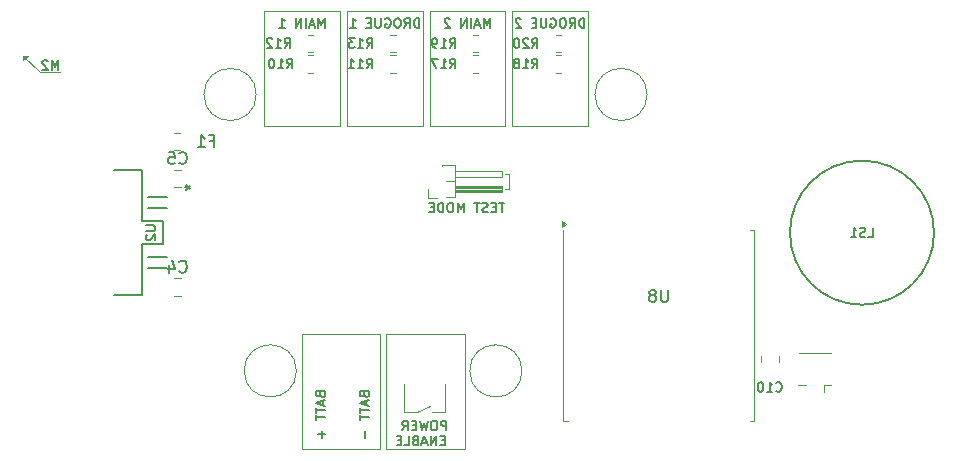
<source format=gbr>
%TF.GenerationSoftware,KiCad,Pcbnew,8.0.4*%
%TF.CreationDate,2024-11-10T13:19:24-08:00*%
%TF.ProjectId,v0.5,76302e35-2e6b-4696-9361-645f70636258,rev?*%
%TF.SameCoordinates,Original*%
%TF.FileFunction,Legend,Bot*%
%TF.FilePolarity,Positive*%
%FSLAX46Y46*%
G04 Gerber Fmt 4.6, Leading zero omitted, Abs format (unit mm)*
G04 Created by KiCad (PCBNEW 8.0.4) date 2024-11-10 13:19:24*
%MOMM*%
%LPD*%
G01*
G04 APERTURE LIST*
%ADD10C,0.100000*%
%ADD11C,0.160000*%
%ADD12C,0.200000*%
%ADD13C,0.150000*%
%ADD14C,0.120000*%
%ADD15C,0.152400*%
%ADD16C,0.127000*%
G04 APERTURE END LIST*
D10*
X115100000Y-74650000D02*
X121500000Y-74650000D01*
X121500000Y-84400000D01*
X115100000Y-84400000D01*
X115100000Y-74650000D01*
X128800000Y-89670000D02*
X128800000Y-88400000D01*
X129100000Y-74650000D02*
X135500000Y-74650000D01*
X135500000Y-84400000D01*
X129100000Y-84400000D01*
X129100000Y-74650000D01*
X89100000Y-79800000D02*
X87700000Y-78400000D01*
X87700000Y-78800000D02*
X87700000Y-78400000D01*
X88100000Y-78400000D01*
X87700000Y-78800000D01*
G36*
X87700000Y-78800000D02*
G01*
X87700000Y-78400000D01*
X88100000Y-78400000D01*
X87700000Y-78800000D01*
G37*
X122100000Y-108100000D02*
X121000000Y-108600000D01*
X111300000Y-102000000D02*
X117900000Y-102000000D01*
X117900000Y-111750000D01*
X111300000Y-111750000D01*
X111300000Y-102000000D01*
X128500000Y-88400000D02*
X128800000Y-88400000D01*
X118400000Y-102000000D02*
X125100000Y-102000000D01*
X125100000Y-111750000D01*
X118400000Y-111750000D01*
X118400000Y-102000000D01*
X122100000Y-74650000D02*
X128500000Y-74650000D01*
X128500000Y-84400000D01*
X122100000Y-84400000D01*
X122100000Y-74650000D01*
X123400000Y-106200000D02*
X123400000Y-108600000D01*
X121000000Y-108600000D02*
X119900000Y-108600000D01*
X90800000Y-79800000D02*
X89100000Y-79800000D01*
X128500000Y-89670000D02*
X128800000Y-89670000D01*
X108100000Y-74650000D02*
X114500000Y-74650000D01*
X114500000Y-84400000D01*
X108100000Y-84400000D01*
X108100000Y-74650000D01*
X123400000Y-108600000D02*
X122300000Y-108600000D01*
X119900000Y-106200000D02*
X119900000Y-108600000D01*
D11*
X116542727Y-107104761D02*
X116580822Y-107219047D01*
X116580822Y-107219047D02*
X116618918Y-107257142D01*
X116618918Y-107257142D02*
X116695108Y-107295238D01*
X116695108Y-107295238D02*
X116809394Y-107295238D01*
X116809394Y-107295238D02*
X116885584Y-107257142D01*
X116885584Y-107257142D02*
X116923680Y-107219047D01*
X116923680Y-107219047D02*
X116961775Y-107142857D01*
X116961775Y-107142857D02*
X116961775Y-106838095D01*
X116961775Y-106838095D02*
X116161775Y-106838095D01*
X116161775Y-106838095D02*
X116161775Y-107104761D01*
X116161775Y-107104761D02*
X116199870Y-107180952D01*
X116199870Y-107180952D02*
X116237965Y-107219047D01*
X116237965Y-107219047D02*
X116314156Y-107257142D01*
X116314156Y-107257142D02*
X116390346Y-107257142D01*
X116390346Y-107257142D02*
X116466537Y-107219047D01*
X116466537Y-107219047D02*
X116504632Y-107180952D01*
X116504632Y-107180952D02*
X116542727Y-107104761D01*
X116542727Y-107104761D02*
X116542727Y-106838095D01*
X116733203Y-107599999D02*
X116733203Y-107980952D01*
X116961775Y-107523809D02*
X116161775Y-107790476D01*
X116161775Y-107790476D02*
X116961775Y-108057142D01*
X116161775Y-108209523D02*
X116161775Y-108666666D01*
X116961775Y-108438094D02*
X116161775Y-108438094D01*
X116161775Y-108819047D02*
X116161775Y-109276190D01*
X116961775Y-109047618D02*
X116161775Y-109047618D01*
X116657013Y-110152381D02*
X116657013Y-110761905D01*
X123502380Y-110117798D02*
X123502380Y-109317798D01*
X123502380Y-109317798D02*
X123197618Y-109317798D01*
X123197618Y-109317798D02*
X123121428Y-109355893D01*
X123121428Y-109355893D02*
X123083333Y-109393988D01*
X123083333Y-109393988D02*
X123045237Y-109470179D01*
X123045237Y-109470179D02*
X123045237Y-109584464D01*
X123045237Y-109584464D02*
X123083333Y-109660655D01*
X123083333Y-109660655D02*
X123121428Y-109698750D01*
X123121428Y-109698750D02*
X123197618Y-109736845D01*
X123197618Y-109736845D02*
X123502380Y-109736845D01*
X122549999Y-109317798D02*
X122397618Y-109317798D01*
X122397618Y-109317798D02*
X122321428Y-109355893D01*
X122321428Y-109355893D02*
X122245237Y-109432083D01*
X122245237Y-109432083D02*
X122207142Y-109584464D01*
X122207142Y-109584464D02*
X122207142Y-109851131D01*
X122207142Y-109851131D02*
X122245237Y-110003512D01*
X122245237Y-110003512D02*
X122321428Y-110079703D01*
X122321428Y-110079703D02*
X122397618Y-110117798D01*
X122397618Y-110117798D02*
X122549999Y-110117798D01*
X122549999Y-110117798D02*
X122626190Y-110079703D01*
X122626190Y-110079703D02*
X122702380Y-110003512D01*
X122702380Y-110003512D02*
X122740476Y-109851131D01*
X122740476Y-109851131D02*
X122740476Y-109584464D01*
X122740476Y-109584464D02*
X122702380Y-109432083D01*
X122702380Y-109432083D02*
X122626190Y-109355893D01*
X122626190Y-109355893D02*
X122549999Y-109317798D01*
X121940476Y-109317798D02*
X121750000Y-110117798D01*
X121750000Y-110117798D02*
X121597619Y-109546369D01*
X121597619Y-109546369D02*
X121445238Y-110117798D01*
X121445238Y-110117798D02*
X121254762Y-109317798D01*
X120949999Y-109698750D02*
X120683333Y-109698750D01*
X120569047Y-110117798D02*
X120949999Y-110117798D01*
X120949999Y-110117798D02*
X120949999Y-109317798D01*
X120949999Y-109317798D02*
X120569047Y-109317798D01*
X119769046Y-110117798D02*
X120035713Y-109736845D01*
X120226189Y-110117798D02*
X120226189Y-109317798D01*
X120226189Y-109317798D02*
X119921427Y-109317798D01*
X119921427Y-109317798D02*
X119845237Y-109355893D01*
X119845237Y-109355893D02*
X119807142Y-109393988D01*
X119807142Y-109393988D02*
X119769046Y-109470179D01*
X119769046Y-109470179D02*
X119769046Y-109584464D01*
X119769046Y-109584464D02*
X119807142Y-109660655D01*
X119807142Y-109660655D02*
X119845237Y-109698750D01*
X119845237Y-109698750D02*
X119921427Y-109736845D01*
X119921427Y-109736845D02*
X120226189Y-109736845D01*
X123369047Y-110986705D02*
X123102381Y-110986705D01*
X122988095Y-111405753D02*
X123369047Y-111405753D01*
X123369047Y-111405753D02*
X123369047Y-110605753D01*
X123369047Y-110605753D02*
X122988095Y-110605753D01*
X122645237Y-111405753D02*
X122645237Y-110605753D01*
X122645237Y-110605753D02*
X122188094Y-111405753D01*
X122188094Y-111405753D02*
X122188094Y-110605753D01*
X121845238Y-111177181D02*
X121464285Y-111177181D01*
X121921428Y-111405753D02*
X121654761Y-110605753D01*
X121654761Y-110605753D02*
X121388095Y-111405753D01*
X120854762Y-110986705D02*
X120740476Y-111024800D01*
X120740476Y-111024800D02*
X120702381Y-111062896D01*
X120702381Y-111062896D02*
X120664285Y-111139086D01*
X120664285Y-111139086D02*
X120664285Y-111253372D01*
X120664285Y-111253372D02*
X120702381Y-111329562D01*
X120702381Y-111329562D02*
X120740476Y-111367658D01*
X120740476Y-111367658D02*
X120816666Y-111405753D01*
X120816666Y-111405753D02*
X121121428Y-111405753D01*
X121121428Y-111405753D02*
X121121428Y-110605753D01*
X121121428Y-110605753D02*
X120854762Y-110605753D01*
X120854762Y-110605753D02*
X120778571Y-110643848D01*
X120778571Y-110643848D02*
X120740476Y-110681943D01*
X120740476Y-110681943D02*
X120702381Y-110758134D01*
X120702381Y-110758134D02*
X120702381Y-110834324D01*
X120702381Y-110834324D02*
X120740476Y-110910515D01*
X120740476Y-110910515D02*
X120778571Y-110948610D01*
X120778571Y-110948610D02*
X120854762Y-110986705D01*
X120854762Y-110986705D02*
X121121428Y-110986705D01*
X119940476Y-111405753D02*
X120321428Y-111405753D01*
X120321428Y-111405753D02*
X120321428Y-110605753D01*
X119673809Y-110986705D02*
X119407143Y-110986705D01*
X119292857Y-111405753D02*
X119673809Y-111405753D01*
X119673809Y-111405753D02*
X119673809Y-110605753D01*
X119673809Y-110605753D02*
X119292857Y-110605753D01*
D12*
X90647618Y-79591695D02*
X90647618Y-78791695D01*
X90647618Y-78791695D02*
X90380952Y-79363123D01*
X90380952Y-79363123D02*
X90114285Y-78791695D01*
X90114285Y-78791695D02*
X90114285Y-79591695D01*
X89771428Y-78867885D02*
X89733332Y-78829790D01*
X89733332Y-78829790D02*
X89657142Y-78791695D01*
X89657142Y-78791695D02*
X89466666Y-78791695D01*
X89466666Y-78791695D02*
X89390475Y-78829790D01*
X89390475Y-78829790D02*
X89352380Y-78867885D01*
X89352380Y-78867885D02*
X89314285Y-78944076D01*
X89314285Y-78944076D02*
X89314285Y-79020266D01*
X89314285Y-79020266D02*
X89352380Y-79134552D01*
X89352380Y-79134552D02*
X89809523Y-79591695D01*
X89809523Y-79591695D02*
X89314285Y-79591695D01*
D11*
X112842727Y-107104761D02*
X112880822Y-107219047D01*
X112880822Y-107219047D02*
X112918918Y-107257142D01*
X112918918Y-107257142D02*
X112995108Y-107295238D01*
X112995108Y-107295238D02*
X113109394Y-107295238D01*
X113109394Y-107295238D02*
X113185584Y-107257142D01*
X113185584Y-107257142D02*
X113223680Y-107219047D01*
X113223680Y-107219047D02*
X113261775Y-107142857D01*
X113261775Y-107142857D02*
X113261775Y-106838095D01*
X113261775Y-106838095D02*
X112461775Y-106838095D01*
X112461775Y-106838095D02*
X112461775Y-107104761D01*
X112461775Y-107104761D02*
X112499870Y-107180952D01*
X112499870Y-107180952D02*
X112537965Y-107219047D01*
X112537965Y-107219047D02*
X112614156Y-107257142D01*
X112614156Y-107257142D02*
X112690346Y-107257142D01*
X112690346Y-107257142D02*
X112766537Y-107219047D01*
X112766537Y-107219047D02*
X112804632Y-107180952D01*
X112804632Y-107180952D02*
X112842727Y-107104761D01*
X112842727Y-107104761D02*
X112842727Y-106838095D01*
X113033203Y-107599999D02*
X113033203Y-107980952D01*
X113261775Y-107523809D02*
X112461775Y-107790476D01*
X112461775Y-107790476D02*
X113261775Y-108057142D01*
X112461775Y-108209523D02*
X112461775Y-108666666D01*
X113261775Y-108438094D02*
X112461775Y-108438094D01*
X112461775Y-108819047D02*
X112461775Y-109276190D01*
X113261775Y-109047618D02*
X112461775Y-109047618D01*
X112957013Y-110152381D02*
X112957013Y-110761905D01*
X113261775Y-110457143D02*
X112652251Y-110457143D01*
X113204761Y-76043775D02*
X113204761Y-75243775D01*
X113204761Y-75243775D02*
X112938095Y-75815203D01*
X112938095Y-75815203D02*
X112671428Y-75243775D01*
X112671428Y-75243775D02*
X112671428Y-76043775D01*
X112328571Y-75815203D02*
X111947618Y-75815203D01*
X112404761Y-76043775D02*
X112138094Y-75243775D01*
X112138094Y-75243775D02*
X111871428Y-76043775D01*
X111604761Y-76043775D02*
X111604761Y-75243775D01*
X111223809Y-76043775D02*
X111223809Y-75243775D01*
X111223809Y-75243775D02*
X110766666Y-76043775D01*
X110766666Y-76043775D02*
X110766666Y-75243775D01*
X109357143Y-76043775D02*
X109814286Y-76043775D01*
X109585714Y-76043775D02*
X109585714Y-75243775D01*
X109585714Y-75243775D02*
X109661905Y-75358060D01*
X109661905Y-75358060D02*
X109738095Y-75434251D01*
X109738095Y-75434251D02*
X109814286Y-75472346D01*
X128419048Y-90861775D02*
X127961905Y-90861775D01*
X128190477Y-91661775D02*
X128190477Y-90861775D01*
X127695238Y-91242727D02*
X127428572Y-91242727D01*
X127314286Y-91661775D02*
X127695238Y-91661775D01*
X127695238Y-91661775D02*
X127695238Y-90861775D01*
X127695238Y-90861775D02*
X127314286Y-90861775D01*
X127009524Y-91623680D02*
X126895238Y-91661775D01*
X126895238Y-91661775D02*
X126704762Y-91661775D01*
X126704762Y-91661775D02*
X126628571Y-91623680D01*
X126628571Y-91623680D02*
X126590476Y-91585584D01*
X126590476Y-91585584D02*
X126552381Y-91509394D01*
X126552381Y-91509394D02*
X126552381Y-91433203D01*
X126552381Y-91433203D02*
X126590476Y-91357013D01*
X126590476Y-91357013D02*
X126628571Y-91318918D01*
X126628571Y-91318918D02*
X126704762Y-91280822D01*
X126704762Y-91280822D02*
X126857143Y-91242727D01*
X126857143Y-91242727D02*
X126933333Y-91204632D01*
X126933333Y-91204632D02*
X126971428Y-91166537D01*
X126971428Y-91166537D02*
X127009524Y-91090346D01*
X127009524Y-91090346D02*
X127009524Y-91014156D01*
X127009524Y-91014156D02*
X126971428Y-90937965D01*
X126971428Y-90937965D02*
X126933333Y-90899870D01*
X126933333Y-90899870D02*
X126857143Y-90861775D01*
X126857143Y-90861775D02*
X126666666Y-90861775D01*
X126666666Y-90861775D02*
X126552381Y-90899870D01*
X126323809Y-90861775D02*
X125866666Y-90861775D01*
X126095238Y-91661775D02*
X126095238Y-90861775D01*
X124990475Y-91661775D02*
X124990475Y-90861775D01*
X124990475Y-90861775D02*
X124723809Y-91433203D01*
X124723809Y-91433203D02*
X124457142Y-90861775D01*
X124457142Y-90861775D02*
X124457142Y-91661775D01*
X123923808Y-90861775D02*
X123771427Y-90861775D01*
X123771427Y-90861775D02*
X123695237Y-90899870D01*
X123695237Y-90899870D02*
X123619046Y-90976060D01*
X123619046Y-90976060D02*
X123580951Y-91128441D01*
X123580951Y-91128441D02*
X123580951Y-91395108D01*
X123580951Y-91395108D02*
X123619046Y-91547489D01*
X123619046Y-91547489D02*
X123695237Y-91623680D01*
X123695237Y-91623680D02*
X123771427Y-91661775D01*
X123771427Y-91661775D02*
X123923808Y-91661775D01*
X123923808Y-91661775D02*
X123999999Y-91623680D01*
X123999999Y-91623680D02*
X124076189Y-91547489D01*
X124076189Y-91547489D02*
X124114285Y-91395108D01*
X124114285Y-91395108D02*
X124114285Y-91128441D01*
X124114285Y-91128441D02*
X124076189Y-90976060D01*
X124076189Y-90976060D02*
X123999999Y-90899870D01*
X123999999Y-90899870D02*
X123923808Y-90861775D01*
X123238094Y-91661775D02*
X123238094Y-90861775D01*
X123238094Y-90861775D02*
X123047618Y-90861775D01*
X123047618Y-90861775D02*
X122933332Y-90899870D01*
X122933332Y-90899870D02*
X122857142Y-90976060D01*
X122857142Y-90976060D02*
X122819047Y-91052251D01*
X122819047Y-91052251D02*
X122780951Y-91204632D01*
X122780951Y-91204632D02*
X122780951Y-91318918D01*
X122780951Y-91318918D02*
X122819047Y-91471299D01*
X122819047Y-91471299D02*
X122857142Y-91547489D01*
X122857142Y-91547489D02*
X122933332Y-91623680D01*
X122933332Y-91623680D02*
X123047618Y-91661775D01*
X123047618Y-91661775D02*
X123238094Y-91661775D01*
X122438094Y-91242727D02*
X122171428Y-91242727D01*
X122057142Y-91661775D02*
X122438094Y-91661775D01*
X122438094Y-91661775D02*
X122438094Y-90861775D01*
X122438094Y-90861775D02*
X122057142Y-90861775D01*
X121195237Y-76043775D02*
X121195237Y-75243775D01*
X121195237Y-75243775D02*
X121004761Y-75243775D01*
X121004761Y-75243775D02*
X120890475Y-75281870D01*
X120890475Y-75281870D02*
X120814285Y-75358060D01*
X120814285Y-75358060D02*
X120776190Y-75434251D01*
X120776190Y-75434251D02*
X120738094Y-75586632D01*
X120738094Y-75586632D02*
X120738094Y-75700918D01*
X120738094Y-75700918D02*
X120776190Y-75853299D01*
X120776190Y-75853299D02*
X120814285Y-75929489D01*
X120814285Y-75929489D02*
X120890475Y-76005680D01*
X120890475Y-76005680D02*
X121004761Y-76043775D01*
X121004761Y-76043775D02*
X121195237Y-76043775D01*
X119938094Y-76043775D02*
X120204761Y-75662822D01*
X120395237Y-76043775D02*
X120395237Y-75243775D01*
X120395237Y-75243775D02*
X120090475Y-75243775D01*
X120090475Y-75243775D02*
X120014285Y-75281870D01*
X120014285Y-75281870D02*
X119976190Y-75319965D01*
X119976190Y-75319965D02*
X119938094Y-75396156D01*
X119938094Y-75396156D02*
X119938094Y-75510441D01*
X119938094Y-75510441D02*
X119976190Y-75586632D01*
X119976190Y-75586632D02*
X120014285Y-75624727D01*
X120014285Y-75624727D02*
X120090475Y-75662822D01*
X120090475Y-75662822D02*
X120395237Y-75662822D01*
X119442856Y-75243775D02*
X119290475Y-75243775D01*
X119290475Y-75243775D02*
X119214285Y-75281870D01*
X119214285Y-75281870D02*
X119138094Y-75358060D01*
X119138094Y-75358060D02*
X119099999Y-75510441D01*
X119099999Y-75510441D02*
X119099999Y-75777108D01*
X119099999Y-75777108D02*
X119138094Y-75929489D01*
X119138094Y-75929489D02*
X119214285Y-76005680D01*
X119214285Y-76005680D02*
X119290475Y-76043775D01*
X119290475Y-76043775D02*
X119442856Y-76043775D01*
X119442856Y-76043775D02*
X119519047Y-76005680D01*
X119519047Y-76005680D02*
X119595237Y-75929489D01*
X119595237Y-75929489D02*
X119633333Y-75777108D01*
X119633333Y-75777108D02*
X119633333Y-75510441D01*
X119633333Y-75510441D02*
X119595237Y-75358060D01*
X119595237Y-75358060D02*
X119519047Y-75281870D01*
X119519047Y-75281870D02*
X119442856Y-75243775D01*
X118338095Y-75281870D02*
X118414285Y-75243775D01*
X118414285Y-75243775D02*
X118528571Y-75243775D01*
X118528571Y-75243775D02*
X118642857Y-75281870D01*
X118642857Y-75281870D02*
X118719047Y-75358060D01*
X118719047Y-75358060D02*
X118757142Y-75434251D01*
X118757142Y-75434251D02*
X118795238Y-75586632D01*
X118795238Y-75586632D02*
X118795238Y-75700918D01*
X118795238Y-75700918D02*
X118757142Y-75853299D01*
X118757142Y-75853299D02*
X118719047Y-75929489D01*
X118719047Y-75929489D02*
X118642857Y-76005680D01*
X118642857Y-76005680D02*
X118528571Y-76043775D01*
X118528571Y-76043775D02*
X118452380Y-76043775D01*
X118452380Y-76043775D02*
X118338095Y-76005680D01*
X118338095Y-76005680D02*
X118299999Y-75967584D01*
X118299999Y-75967584D02*
X118299999Y-75700918D01*
X118299999Y-75700918D02*
X118452380Y-75700918D01*
X117957142Y-75243775D02*
X117957142Y-75891394D01*
X117957142Y-75891394D02*
X117919047Y-75967584D01*
X117919047Y-75967584D02*
X117880952Y-76005680D01*
X117880952Y-76005680D02*
X117804761Y-76043775D01*
X117804761Y-76043775D02*
X117652380Y-76043775D01*
X117652380Y-76043775D02*
X117576190Y-76005680D01*
X117576190Y-76005680D02*
X117538095Y-75967584D01*
X117538095Y-75967584D02*
X117499999Y-75891394D01*
X117499999Y-75891394D02*
X117499999Y-75243775D01*
X117119047Y-75624727D02*
X116852381Y-75624727D01*
X116738095Y-76043775D02*
X117119047Y-76043775D01*
X117119047Y-76043775D02*
X117119047Y-75243775D01*
X117119047Y-75243775D02*
X116738095Y-75243775D01*
X115366666Y-76043775D02*
X115823809Y-76043775D01*
X115595237Y-76043775D02*
X115595237Y-75243775D01*
X115595237Y-75243775D02*
X115671428Y-75358060D01*
X115671428Y-75358060D02*
X115747618Y-75434251D01*
X115747618Y-75434251D02*
X115823809Y-75472346D01*
X127204761Y-76043775D02*
X127204761Y-75243775D01*
X127204761Y-75243775D02*
X126938095Y-75815203D01*
X126938095Y-75815203D02*
X126671428Y-75243775D01*
X126671428Y-75243775D02*
X126671428Y-76043775D01*
X126328571Y-75815203D02*
X125947618Y-75815203D01*
X126404761Y-76043775D02*
X126138094Y-75243775D01*
X126138094Y-75243775D02*
X125871428Y-76043775D01*
X125604761Y-76043775D02*
X125604761Y-75243775D01*
X125223809Y-76043775D02*
X125223809Y-75243775D01*
X125223809Y-75243775D02*
X124766666Y-76043775D01*
X124766666Y-76043775D02*
X124766666Y-75243775D01*
X123814286Y-75319965D02*
X123776190Y-75281870D01*
X123776190Y-75281870D02*
X123700000Y-75243775D01*
X123700000Y-75243775D02*
X123509524Y-75243775D01*
X123509524Y-75243775D02*
X123433333Y-75281870D01*
X123433333Y-75281870D02*
X123395238Y-75319965D01*
X123395238Y-75319965D02*
X123357143Y-75396156D01*
X123357143Y-75396156D02*
X123357143Y-75472346D01*
X123357143Y-75472346D02*
X123395238Y-75586632D01*
X123395238Y-75586632D02*
X123852381Y-76043775D01*
X123852381Y-76043775D02*
X123357143Y-76043775D01*
X135195237Y-76043775D02*
X135195237Y-75243775D01*
X135195237Y-75243775D02*
X135004761Y-75243775D01*
X135004761Y-75243775D02*
X134890475Y-75281870D01*
X134890475Y-75281870D02*
X134814285Y-75358060D01*
X134814285Y-75358060D02*
X134776190Y-75434251D01*
X134776190Y-75434251D02*
X134738094Y-75586632D01*
X134738094Y-75586632D02*
X134738094Y-75700918D01*
X134738094Y-75700918D02*
X134776190Y-75853299D01*
X134776190Y-75853299D02*
X134814285Y-75929489D01*
X134814285Y-75929489D02*
X134890475Y-76005680D01*
X134890475Y-76005680D02*
X135004761Y-76043775D01*
X135004761Y-76043775D02*
X135195237Y-76043775D01*
X133938094Y-76043775D02*
X134204761Y-75662822D01*
X134395237Y-76043775D02*
X134395237Y-75243775D01*
X134395237Y-75243775D02*
X134090475Y-75243775D01*
X134090475Y-75243775D02*
X134014285Y-75281870D01*
X134014285Y-75281870D02*
X133976190Y-75319965D01*
X133976190Y-75319965D02*
X133938094Y-75396156D01*
X133938094Y-75396156D02*
X133938094Y-75510441D01*
X133938094Y-75510441D02*
X133976190Y-75586632D01*
X133976190Y-75586632D02*
X134014285Y-75624727D01*
X134014285Y-75624727D02*
X134090475Y-75662822D01*
X134090475Y-75662822D02*
X134395237Y-75662822D01*
X133442856Y-75243775D02*
X133290475Y-75243775D01*
X133290475Y-75243775D02*
X133214285Y-75281870D01*
X133214285Y-75281870D02*
X133138094Y-75358060D01*
X133138094Y-75358060D02*
X133099999Y-75510441D01*
X133099999Y-75510441D02*
X133099999Y-75777108D01*
X133099999Y-75777108D02*
X133138094Y-75929489D01*
X133138094Y-75929489D02*
X133214285Y-76005680D01*
X133214285Y-76005680D02*
X133290475Y-76043775D01*
X133290475Y-76043775D02*
X133442856Y-76043775D01*
X133442856Y-76043775D02*
X133519047Y-76005680D01*
X133519047Y-76005680D02*
X133595237Y-75929489D01*
X133595237Y-75929489D02*
X133633333Y-75777108D01*
X133633333Y-75777108D02*
X133633333Y-75510441D01*
X133633333Y-75510441D02*
X133595237Y-75358060D01*
X133595237Y-75358060D02*
X133519047Y-75281870D01*
X133519047Y-75281870D02*
X133442856Y-75243775D01*
X132338095Y-75281870D02*
X132414285Y-75243775D01*
X132414285Y-75243775D02*
X132528571Y-75243775D01*
X132528571Y-75243775D02*
X132642857Y-75281870D01*
X132642857Y-75281870D02*
X132719047Y-75358060D01*
X132719047Y-75358060D02*
X132757142Y-75434251D01*
X132757142Y-75434251D02*
X132795238Y-75586632D01*
X132795238Y-75586632D02*
X132795238Y-75700918D01*
X132795238Y-75700918D02*
X132757142Y-75853299D01*
X132757142Y-75853299D02*
X132719047Y-75929489D01*
X132719047Y-75929489D02*
X132642857Y-76005680D01*
X132642857Y-76005680D02*
X132528571Y-76043775D01*
X132528571Y-76043775D02*
X132452380Y-76043775D01*
X132452380Y-76043775D02*
X132338095Y-76005680D01*
X132338095Y-76005680D02*
X132299999Y-75967584D01*
X132299999Y-75967584D02*
X132299999Y-75700918D01*
X132299999Y-75700918D02*
X132452380Y-75700918D01*
X131957142Y-75243775D02*
X131957142Y-75891394D01*
X131957142Y-75891394D02*
X131919047Y-75967584D01*
X131919047Y-75967584D02*
X131880952Y-76005680D01*
X131880952Y-76005680D02*
X131804761Y-76043775D01*
X131804761Y-76043775D02*
X131652380Y-76043775D01*
X131652380Y-76043775D02*
X131576190Y-76005680D01*
X131576190Y-76005680D02*
X131538095Y-75967584D01*
X131538095Y-75967584D02*
X131499999Y-75891394D01*
X131499999Y-75891394D02*
X131499999Y-75243775D01*
X131119047Y-75624727D02*
X130852381Y-75624727D01*
X130738095Y-76043775D02*
X131119047Y-76043775D01*
X131119047Y-76043775D02*
X131119047Y-75243775D01*
X131119047Y-75243775D02*
X130738095Y-75243775D01*
X129823809Y-75319965D02*
X129785713Y-75281870D01*
X129785713Y-75281870D02*
X129709523Y-75243775D01*
X129709523Y-75243775D02*
X129519047Y-75243775D01*
X129519047Y-75243775D02*
X129442856Y-75281870D01*
X129442856Y-75281870D02*
X129404761Y-75319965D01*
X129404761Y-75319965D02*
X129366666Y-75396156D01*
X129366666Y-75396156D02*
X129366666Y-75472346D01*
X129366666Y-75472346D02*
X129404761Y-75586632D01*
X129404761Y-75586632D02*
X129861904Y-76043775D01*
X129861904Y-76043775D02*
X129366666Y-76043775D01*
D13*
X100916666Y-96679580D02*
X100964285Y-96727200D01*
X100964285Y-96727200D02*
X101107142Y-96774819D01*
X101107142Y-96774819D02*
X101202380Y-96774819D01*
X101202380Y-96774819D02*
X101345237Y-96727200D01*
X101345237Y-96727200D02*
X101440475Y-96631961D01*
X101440475Y-96631961D02*
X101488094Y-96536723D01*
X101488094Y-96536723D02*
X101535713Y-96346247D01*
X101535713Y-96346247D02*
X101535713Y-96203390D01*
X101535713Y-96203390D02*
X101488094Y-96012914D01*
X101488094Y-96012914D02*
X101440475Y-95917676D01*
X101440475Y-95917676D02*
X101345237Y-95822438D01*
X101345237Y-95822438D02*
X101202380Y-95774819D01*
X101202380Y-95774819D02*
X101107142Y-95774819D01*
X101107142Y-95774819D02*
X100964285Y-95822438D01*
X100964285Y-95822438D02*
X100916666Y-95870057D01*
X100059523Y-96108152D02*
X100059523Y-96774819D01*
X100297618Y-95727200D02*
X100535713Y-96441485D01*
X100535713Y-96441485D02*
X99916666Y-96441485D01*
X103533333Y-85631009D02*
X103866666Y-85631009D01*
X103866666Y-86154819D02*
X103866666Y-85154819D01*
X103866666Y-85154819D02*
X103390476Y-85154819D01*
X102485714Y-86154819D02*
X103057142Y-86154819D01*
X102771428Y-86154819D02*
X102771428Y-85154819D01*
X102771428Y-85154819D02*
X102866666Y-85297676D01*
X102866666Y-85297676D02*
X102961904Y-85392914D01*
X102961904Y-85392914D02*
X103057142Y-85440533D01*
X98073195Y-92790476D02*
X98720814Y-92790476D01*
X98720814Y-92790476D02*
X98797004Y-92828571D01*
X98797004Y-92828571D02*
X98835100Y-92866666D01*
X98835100Y-92866666D02*
X98873195Y-92942857D01*
X98873195Y-92942857D02*
X98873195Y-93095238D01*
X98873195Y-93095238D02*
X98835100Y-93171428D01*
X98835100Y-93171428D02*
X98797004Y-93209523D01*
X98797004Y-93209523D02*
X98720814Y-93247619D01*
X98720814Y-93247619D02*
X98073195Y-93247619D01*
X98149385Y-93590475D02*
X98111290Y-93628571D01*
X98111290Y-93628571D02*
X98073195Y-93704761D01*
X98073195Y-93704761D02*
X98073195Y-93895237D01*
X98073195Y-93895237D02*
X98111290Y-93971428D01*
X98111290Y-93971428D02*
X98149385Y-94009523D01*
X98149385Y-94009523D02*
X98225576Y-94047618D01*
X98225576Y-94047618D02*
X98301766Y-94047618D01*
X98301766Y-94047618D02*
X98416052Y-94009523D01*
X98416052Y-94009523D02*
X98873195Y-93552380D01*
X98873195Y-93552380D02*
X98873195Y-94047618D01*
X101365719Y-89560000D02*
X101603814Y-89560000D01*
X101508576Y-89321905D02*
X101603814Y-89560000D01*
X101603814Y-89560000D02*
X101508576Y-89798095D01*
X101794290Y-89417143D02*
X101603814Y-89560000D01*
X101603814Y-89560000D02*
X101794290Y-89702857D01*
X151414285Y-106786104D02*
X151452381Y-106824200D01*
X151452381Y-106824200D02*
X151566666Y-106862295D01*
X151566666Y-106862295D02*
X151642857Y-106862295D01*
X151642857Y-106862295D02*
X151757143Y-106824200D01*
X151757143Y-106824200D02*
X151833333Y-106748009D01*
X151833333Y-106748009D02*
X151871428Y-106671819D01*
X151871428Y-106671819D02*
X151909524Y-106519438D01*
X151909524Y-106519438D02*
X151909524Y-106405152D01*
X151909524Y-106405152D02*
X151871428Y-106252771D01*
X151871428Y-106252771D02*
X151833333Y-106176580D01*
X151833333Y-106176580D02*
X151757143Y-106100390D01*
X151757143Y-106100390D02*
X151642857Y-106062295D01*
X151642857Y-106062295D02*
X151566666Y-106062295D01*
X151566666Y-106062295D02*
X151452381Y-106100390D01*
X151452381Y-106100390D02*
X151414285Y-106138485D01*
X150652381Y-106862295D02*
X151109524Y-106862295D01*
X150880952Y-106862295D02*
X150880952Y-106062295D01*
X150880952Y-106062295D02*
X150957143Y-106176580D01*
X150957143Y-106176580D02*
X151033333Y-106252771D01*
X151033333Y-106252771D02*
X151109524Y-106290866D01*
X150157142Y-106062295D02*
X150080952Y-106062295D01*
X150080952Y-106062295D02*
X150004761Y-106100390D01*
X150004761Y-106100390D02*
X149966666Y-106138485D01*
X149966666Y-106138485D02*
X149928571Y-106214676D01*
X149928571Y-106214676D02*
X149890476Y-106367057D01*
X149890476Y-106367057D02*
X149890476Y-106557533D01*
X149890476Y-106557533D02*
X149928571Y-106709914D01*
X149928571Y-106709914D02*
X149966666Y-106786104D01*
X149966666Y-106786104D02*
X150004761Y-106824200D01*
X150004761Y-106824200D02*
X150080952Y-106862295D01*
X150080952Y-106862295D02*
X150157142Y-106862295D01*
X150157142Y-106862295D02*
X150233333Y-106824200D01*
X150233333Y-106824200D02*
X150271428Y-106786104D01*
X150271428Y-106786104D02*
X150309523Y-106709914D01*
X150309523Y-106709914D02*
X150347619Y-106557533D01*
X150347619Y-106557533D02*
X150347619Y-106367057D01*
X150347619Y-106367057D02*
X150309523Y-106214676D01*
X150309523Y-106214676D02*
X150271428Y-106138485D01*
X150271428Y-106138485D02*
X150233333Y-106100390D01*
X150233333Y-106100390D02*
X150157142Y-106062295D01*
X116764285Y-79479795D02*
X117030952Y-79098842D01*
X117221428Y-79479795D02*
X117221428Y-78679795D01*
X117221428Y-78679795D02*
X116916666Y-78679795D01*
X116916666Y-78679795D02*
X116840476Y-78717890D01*
X116840476Y-78717890D02*
X116802381Y-78755985D01*
X116802381Y-78755985D02*
X116764285Y-78832176D01*
X116764285Y-78832176D02*
X116764285Y-78946461D01*
X116764285Y-78946461D02*
X116802381Y-79022652D01*
X116802381Y-79022652D02*
X116840476Y-79060747D01*
X116840476Y-79060747D02*
X116916666Y-79098842D01*
X116916666Y-79098842D02*
X117221428Y-79098842D01*
X116002381Y-79479795D02*
X116459524Y-79479795D01*
X116230952Y-79479795D02*
X116230952Y-78679795D01*
X116230952Y-78679795D02*
X116307143Y-78794080D01*
X116307143Y-78794080D02*
X116383333Y-78870271D01*
X116383333Y-78870271D02*
X116459524Y-78908366D01*
X115240476Y-79479795D02*
X115697619Y-79479795D01*
X115469047Y-79479795D02*
X115469047Y-78679795D01*
X115469047Y-78679795D02*
X115545238Y-78794080D01*
X115545238Y-78794080D02*
X115621428Y-78870271D01*
X115621428Y-78870271D02*
X115697619Y-78908366D01*
X130764285Y-79479795D02*
X131030952Y-79098842D01*
X131221428Y-79479795D02*
X131221428Y-78679795D01*
X131221428Y-78679795D02*
X130916666Y-78679795D01*
X130916666Y-78679795D02*
X130840476Y-78717890D01*
X130840476Y-78717890D02*
X130802381Y-78755985D01*
X130802381Y-78755985D02*
X130764285Y-78832176D01*
X130764285Y-78832176D02*
X130764285Y-78946461D01*
X130764285Y-78946461D02*
X130802381Y-79022652D01*
X130802381Y-79022652D02*
X130840476Y-79060747D01*
X130840476Y-79060747D02*
X130916666Y-79098842D01*
X130916666Y-79098842D02*
X131221428Y-79098842D01*
X130002381Y-79479795D02*
X130459524Y-79479795D01*
X130230952Y-79479795D02*
X130230952Y-78679795D01*
X130230952Y-78679795D02*
X130307143Y-78794080D01*
X130307143Y-78794080D02*
X130383333Y-78870271D01*
X130383333Y-78870271D02*
X130459524Y-78908366D01*
X129545238Y-79022652D02*
X129621428Y-78984557D01*
X129621428Y-78984557D02*
X129659523Y-78946461D01*
X129659523Y-78946461D02*
X129697619Y-78870271D01*
X129697619Y-78870271D02*
X129697619Y-78832176D01*
X129697619Y-78832176D02*
X129659523Y-78755985D01*
X129659523Y-78755985D02*
X129621428Y-78717890D01*
X129621428Y-78717890D02*
X129545238Y-78679795D01*
X129545238Y-78679795D02*
X129392857Y-78679795D01*
X129392857Y-78679795D02*
X129316666Y-78717890D01*
X129316666Y-78717890D02*
X129278571Y-78755985D01*
X129278571Y-78755985D02*
X129240476Y-78832176D01*
X129240476Y-78832176D02*
X129240476Y-78870271D01*
X129240476Y-78870271D02*
X129278571Y-78946461D01*
X129278571Y-78946461D02*
X129316666Y-78984557D01*
X129316666Y-78984557D02*
X129392857Y-79022652D01*
X129392857Y-79022652D02*
X129545238Y-79022652D01*
X129545238Y-79022652D02*
X129621428Y-79060747D01*
X129621428Y-79060747D02*
X129659523Y-79098842D01*
X129659523Y-79098842D02*
X129697619Y-79175033D01*
X129697619Y-79175033D02*
X129697619Y-79327414D01*
X129697619Y-79327414D02*
X129659523Y-79403604D01*
X129659523Y-79403604D02*
X129621428Y-79441700D01*
X129621428Y-79441700D02*
X129545238Y-79479795D01*
X129545238Y-79479795D02*
X129392857Y-79479795D01*
X129392857Y-79479795D02*
X129316666Y-79441700D01*
X129316666Y-79441700D02*
X129278571Y-79403604D01*
X129278571Y-79403604D02*
X129240476Y-79327414D01*
X129240476Y-79327414D02*
X129240476Y-79175033D01*
X129240476Y-79175033D02*
X129278571Y-79098842D01*
X129278571Y-79098842D02*
X129316666Y-79060747D01*
X129316666Y-79060747D02*
X129392857Y-79022652D01*
X116764285Y-77729795D02*
X117030952Y-77348842D01*
X117221428Y-77729795D02*
X117221428Y-76929795D01*
X117221428Y-76929795D02*
X116916666Y-76929795D01*
X116916666Y-76929795D02*
X116840476Y-76967890D01*
X116840476Y-76967890D02*
X116802381Y-77005985D01*
X116802381Y-77005985D02*
X116764285Y-77082176D01*
X116764285Y-77082176D02*
X116764285Y-77196461D01*
X116764285Y-77196461D02*
X116802381Y-77272652D01*
X116802381Y-77272652D02*
X116840476Y-77310747D01*
X116840476Y-77310747D02*
X116916666Y-77348842D01*
X116916666Y-77348842D02*
X117221428Y-77348842D01*
X116002381Y-77729795D02*
X116459524Y-77729795D01*
X116230952Y-77729795D02*
X116230952Y-76929795D01*
X116230952Y-76929795D02*
X116307143Y-77044080D01*
X116307143Y-77044080D02*
X116383333Y-77120271D01*
X116383333Y-77120271D02*
X116459524Y-77158366D01*
X115735714Y-76929795D02*
X115240476Y-76929795D01*
X115240476Y-76929795D02*
X115507142Y-77234557D01*
X115507142Y-77234557D02*
X115392857Y-77234557D01*
X115392857Y-77234557D02*
X115316666Y-77272652D01*
X115316666Y-77272652D02*
X115278571Y-77310747D01*
X115278571Y-77310747D02*
X115240476Y-77386938D01*
X115240476Y-77386938D02*
X115240476Y-77577414D01*
X115240476Y-77577414D02*
X115278571Y-77653604D01*
X115278571Y-77653604D02*
X115316666Y-77691700D01*
X115316666Y-77691700D02*
X115392857Y-77729795D01*
X115392857Y-77729795D02*
X115621428Y-77729795D01*
X115621428Y-77729795D02*
X115697619Y-77691700D01*
X115697619Y-77691700D02*
X115735714Y-77653604D01*
X100916666Y-87479580D02*
X100964285Y-87527200D01*
X100964285Y-87527200D02*
X101107142Y-87574819D01*
X101107142Y-87574819D02*
X101202380Y-87574819D01*
X101202380Y-87574819D02*
X101345237Y-87527200D01*
X101345237Y-87527200D02*
X101440475Y-87431961D01*
X101440475Y-87431961D02*
X101488094Y-87336723D01*
X101488094Y-87336723D02*
X101535713Y-87146247D01*
X101535713Y-87146247D02*
X101535713Y-87003390D01*
X101535713Y-87003390D02*
X101488094Y-86812914D01*
X101488094Y-86812914D02*
X101440475Y-86717676D01*
X101440475Y-86717676D02*
X101345237Y-86622438D01*
X101345237Y-86622438D02*
X101202380Y-86574819D01*
X101202380Y-86574819D02*
X101107142Y-86574819D01*
X101107142Y-86574819D02*
X100964285Y-86622438D01*
X100964285Y-86622438D02*
X100916666Y-86670057D01*
X100011904Y-86574819D02*
X100488094Y-86574819D01*
X100488094Y-86574819D02*
X100535713Y-87051009D01*
X100535713Y-87051009D02*
X100488094Y-87003390D01*
X100488094Y-87003390D02*
X100392856Y-86955771D01*
X100392856Y-86955771D02*
X100154761Y-86955771D01*
X100154761Y-86955771D02*
X100059523Y-87003390D01*
X100059523Y-87003390D02*
X100011904Y-87051009D01*
X100011904Y-87051009D02*
X99964285Y-87146247D01*
X99964285Y-87146247D02*
X99964285Y-87384342D01*
X99964285Y-87384342D02*
X100011904Y-87479580D01*
X100011904Y-87479580D02*
X100059523Y-87527200D01*
X100059523Y-87527200D02*
X100154761Y-87574819D01*
X100154761Y-87574819D02*
X100392856Y-87574819D01*
X100392856Y-87574819D02*
X100488094Y-87527200D01*
X100488094Y-87527200D02*
X100535713Y-87479580D01*
X110014285Y-79479795D02*
X110280952Y-79098842D01*
X110471428Y-79479795D02*
X110471428Y-78679795D01*
X110471428Y-78679795D02*
X110166666Y-78679795D01*
X110166666Y-78679795D02*
X110090476Y-78717890D01*
X110090476Y-78717890D02*
X110052381Y-78755985D01*
X110052381Y-78755985D02*
X110014285Y-78832176D01*
X110014285Y-78832176D02*
X110014285Y-78946461D01*
X110014285Y-78946461D02*
X110052381Y-79022652D01*
X110052381Y-79022652D02*
X110090476Y-79060747D01*
X110090476Y-79060747D02*
X110166666Y-79098842D01*
X110166666Y-79098842D02*
X110471428Y-79098842D01*
X109252381Y-79479795D02*
X109709524Y-79479795D01*
X109480952Y-79479795D02*
X109480952Y-78679795D01*
X109480952Y-78679795D02*
X109557143Y-78794080D01*
X109557143Y-78794080D02*
X109633333Y-78870271D01*
X109633333Y-78870271D02*
X109709524Y-78908366D01*
X108757142Y-78679795D02*
X108680952Y-78679795D01*
X108680952Y-78679795D02*
X108604761Y-78717890D01*
X108604761Y-78717890D02*
X108566666Y-78755985D01*
X108566666Y-78755985D02*
X108528571Y-78832176D01*
X108528571Y-78832176D02*
X108490476Y-78984557D01*
X108490476Y-78984557D02*
X108490476Y-79175033D01*
X108490476Y-79175033D02*
X108528571Y-79327414D01*
X108528571Y-79327414D02*
X108566666Y-79403604D01*
X108566666Y-79403604D02*
X108604761Y-79441700D01*
X108604761Y-79441700D02*
X108680952Y-79479795D01*
X108680952Y-79479795D02*
X108757142Y-79479795D01*
X108757142Y-79479795D02*
X108833333Y-79441700D01*
X108833333Y-79441700D02*
X108871428Y-79403604D01*
X108871428Y-79403604D02*
X108909523Y-79327414D01*
X108909523Y-79327414D02*
X108947619Y-79175033D01*
X108947619Y-79175033D02*
X108947619Y-78984557D01*
X108947619Y-78984557D02*
X108909523Y-78832176D01*
X108909523Y-78832176D02*
X108871428Y-78755985D01*
X108871428Y-78755985D02*
X108833333Y-78717890D01*
X108833333Y-78717890D02*
X108757142Y-78679795D01*
X123814285Y-79479795D02*
X124080952Y-79098842D01*
X124271428Y-79479795D02*
X124271428Y-78679795D01*
X124271428Y-78679795D02*
X123966666Y-78679795D01*
X123966666Y-78679795D02*
X123890476Y-78717890D01*
X123890476Y-78717890D02*
X123852381Y-78755985D01*
X123852381Y-78755985D02*
X123814285Y-78832176D01*
X123814285Y-78832176D02*
X123814285Y-78946461D01*
X123814285Y-78946461D02*
X123852381Y-79022652D01*
X123852381Y-79022652D02*
X123890476Y-79060747D01*
X123890476Y-79060747D02*
X123966666Y-79098842D01*
X123966666Y-79098842D02*
X124271428Y-79098842D01*
X123052381Y-79479795D02*
X123509524Y-79479795D01*
X123280952Y-79479795D02*
X123280952Y-78679795D01*
X123280952Y-78679795D02*
X123357143Y-78794080D01*
X123357143Y-78794080D02*
X123433333Y-78870271D01*
X123433333Y-78870271D02*
X123509524Y-78908366D01*
X122785714Y-78679795D02*
X122252380Y-78679795D01*
X122252380Y-78679795D02*
X122595238Y-79479795D01*
X159214285Y-93762295D02*
X159595237Y-93762295D01*
X159595237Y-93762295D02*
X159595237Y-92962295D01*
X158985714Y-93724200D02*
X158871428Y-93762295D01*
X158871428Y-93762295D02*
X158680952Y-93762295D01*
X158680952Y-93762295D02*
X158604761Y-93724200D01*
X158604761Y-93724200D02*
X158566666Y-93686104D01*
X158566666Y-93686104D02*
X158528571Y-93609914D01*
X158528571Y-93609914D02*
X158528571Y-93533723D01*
X158528571Y-93533723D02*
X158566666Y-93457533D01*
X158566666Y-93457533D02*
X158604761Y-93419438D01*
X158604761Y-93419438D02*
X158680952Y-93381342D01*
X158680952Y-93381342D02*
X158833333Y-93343247D01*
X158833333Y-93343247D02*
X158909523Y-93305152D01*
X158909523Y-93305152D02*
X158947618Y-93267057D01*
X158947618Y-93267057D02*
X158985714Y-93190866D01*
X158985714Y-93190866D02*
X158985714Y-93114676D01*
X158985714Y-93114676D02*
X158947618Y-93038485D01*
X158947618Y-93038485D02*
X158909523Y-93000390D01*
X158909523Y-93000390D02*
X158833333Y-92962295D01*
X158833333Y-92962295D02*
X158642856Y-92962295D01*
X158642856Y-92962295D02*
X158528571Y-93000390D01*
X157766666Y-93762295D02*
X158223809Y-93762295D01*
X157995237Y-93762295D02*
X157995237Y-92962295D01*
X157995237Y-92962295D02*
X158071428Y-93076580D01*
X158071428Y-93076580D02*
X158147618Y-93152771D01*
X158147618Y-93152771D02*
X158223809Y-93190866D01*
X109814285Y-77729795D02*
X110080952Y-77348842D01*
X110271428Y-77729795D02*
X110271428Y-76929795D01*
X110271428Y-76929795D02*
X109966666Y-76929795D01*
X109966666Y-76929795D02*
X109890476Y-76967890D01*
X109890476Y-76967890D02*
X109852381Y-77005985D01*
X109852381Y-77005985D02*
X109814285Y-77082176D01*
X109814285Y-77082176D02*
X109814285Y-77196461D01*
X109814285Y-77196461D02*
X109852381Y-77272652D01*
X109852381Y-77272652D02*
X109890476Y-77310747D01*
X109890476Y-77310747D02*
X109966666Y-77348842D01*
X109966666Y-77348842D02*
X110271428Y-77348842D01*
X109052381Y-77729795D02*
X109509524Y-77729795D01*
X109280952Y-77729795D02*
X109280952Y-76929795D01*
X109280952Y-76929795D02*
X109357143Y-77044080D01*
X109357143Y-77044080D02*
X109433333Y-77120271D01*
X109433333Y-77120271D02*
X109509524Y-77158366D01*
X108747619Y-77005985D02*
X108709523Y-76967890D01*
X108709523Y-76967890D02*
X108633333Y-76929795D01*
X108633333Y-76929795D02*
X108442857Y-76929795D01*
X108442857Y-76929795D02*
X108366666Y-76967890D01*
X108366666Y-76967890D02*
X108328571Y-77005985D01*
X108328571Y-77005985D02*
X108290476Y-77082176D01*
X108290476Y-77082176D02*
X108290476Y-77158366D01*
X108290476Y-77158366D02*
X108328571Y-77272652D01*
X108328571Y-77272652D02*
X108785714Y-77729795D01*
X108785714Y-77729795D02*
X108290476Y-77729795D01*
X130764285Y-77729795D02*
X131030952Y-77348842D01*
X131221428Y-77729795D02*
X131221428Y-76929795D01*
X131221428Y-76929795D02*
X130916666Y-76929795D01*
X130916666Y-76929795D02*
X130840476Y-76967890D01*
X130840476Y-76967890D02*
X130802381Y-77005985D01*
X130802381Y-77005985D02*
X130764285Y-77082176D01*
X130764285Y-77082176D02*
X130764285Y-77196461D01*
X130764285Y-77196461D02*
X130802381Y-77272652D01*
X130802381Y-77272652D02*
X130840476Y-77310747D01*
X130840476Y-77310747D02*
X130916666Y-77348842D01*
X130916666Y-77348842D02*
X131221428Y-77348842D01*
X130459524Y-77005985D02*
X130421428Y-76967890D01*
X130421428Y-76967890D02*
X130345238Y-76929795D01*
X130345238Y-76929795D02*
X130154762Y-76929795D01*
X130154762Y-76929795D02*
X130078571Y-76967890D01*
X130078571Y-76967890D02*
X130040476Y-77005985D01*
X130040476Y-77005985D02*
X130002381Y-77082176D01*
X130002381Y-77082176D02*
X130002381Y-77158366D01*
X130002381Y-77158366D02*
X130040476Y-77272652D01*
X130040476Y-77272652D02*
X130497619Y-77729795D01*
X130497619Y-77729795D02*
X130002381Y-77729795D01*
X129507142Y-76929795D02*
X129430952Y-76929795D01*
X129430952Y-76929795D02*
X129354761Y-76967890D01*
X129354761Y-76967890D02*
X129316666Y-77005985D01*
X129316666Y-77005985D02*
X129278571Y-77082176D01*
X129278571Y-77082176D02*
X129240476Y-77234557D01*
X129240476Y-77234557D02*
X129240476Y-77425033D01*
X129240476Y-77425033D02*
X129278571Y-77577414D01*
X129278571Y-77577414D02*
X129316666Y-77653604D01*
X129316666Y-77653604D02*
X129354761Y-77691700D01*
X129354761Y-77691700D02*
X129430952Y-77729795D01*
X129430952Y-77729795D02*
X129507142Y-77729795D01*
X129507142Y-77729795D02*
X129583333Y-77691700D01*
X129583333Y-77691700D02*
X129621428Y-77653604D01*
X129621428Y-77653604D02*
X129659523Y-77577414D01*
X129659523Y-77577414D02*
X129697619Y-77425033D01*
X129697619Y-77425033D02*
X129697619Y-77234557D01*
X129697619Y-77234557D02*
X129659523Y-77082176D01*
X129659523Y-77082176D02*
X129621428Y-77005985D01*
X129621428Y-77005985D02*
X129583333Y-76967890D01*
X129583333Y-76967890D02*
X129507142Y-76929795D01*
X142261904Y-98254819D02*
X142261904Y-99064342D01*
X142261904Y-99064342D02*
X142214285Y-99159580D01*
X142214285Y-99159580D02*
X142166666Y-99207200D01*
X142166666Y-99207200D02*
X142071428Y-99254819D01*
X142071428Y-99254819D02*
X141880952Y-99254819D01*
X141880952Y-99254819D02*
X141785714Y-99207200D01*
X141785714Y-99207200D02*
X141738095Y-99159580D01*
X141738095Y-99159580D02*
X141690476Y-99064342D01*
X141690476Y-99064342D02*
X141690476Y-98254819D01*
X141071428Y-98683390D02*
X141166666Y-98635771D01*
X141166666Y-98635771D02*
X141214285Y-98588152D01*
X141214285Y-98588152D02*
X141261904Y-98492914D01*
X141261904Y-98492914D02*
X141261904Y-98445295D01*
X141261904Y-98445295D02*
X141214285Y-98350057D01*
X141214285Y-98350057D02*
X141166666Y-98302438D01*
X141166666Y-98302438D02*
X141071428Y-98254819D01*
X141071428Y-98254819D02*
X140880952Y-98254819D01*
X140880952Y-98254819D02*
X140785714Y-98302438D01*
X140785714Y-98302438D02*
X140738095Y-98350057D01*
X140738095Y-98350057D02*
X140690476Y-98445295D01*
X140690476Y-98445295D02*
X140690476Y-98492914D01*
X140690476Y-98492914D02*
X140738095Y-98588152D01*
X140738095Y-98588152D02*
X140785714Y-98635771D01*
X140785714Y-98635771D02*
X140880952Y-98683390D01*
X140880952Y-98683390D02*
X141071428Y-98683390D01*
X141071428Y-98683390D02*
X141166666Y-98731009D01*
X141166666Y-98731009D02*
X141214285Y-98778628D01*
X141214285Y-98778628D02*
X141261904Y-98873866D01*
X141261904Y-98873866D02*
X141261904Y-99064342D01*
X141261904Y-99064342D02*
X141214285Y-99159580D01*
X141214285Y-99159580D02*
X141166666Y-99207200D01*
X141166666Y-99207200D02*
X141071428Y-99254819D01*
X141071428Y-99254819D02*
X140880952Y-99254819D01*
X140880952Y-99254819D02*
X140785714Y-99207200D01*
X140785714Y-99207200D02*
X140738095Y-99159580D01*
X140738095Y-99159580D02*
X140690476Y-99064342D01*
X140690476Y-99064342D02*
X140690476Y-98873866D01*
X140690476Y-98873866D02*
X140738095Y-98778628D01*
X140738095Y-98778628D02*
X140785714Y-98731009D01*
X140785714Y-98731009D02*
X140880952Y-98683390D01*
X123814285Y-77729795D02*
X124080952Y-77348842D01*
X124271428Y-77729795D02*
X124271428Y-76929795D01*
X124271428Y-76929795D02*
X123966666Y-76929795D01*
X123966666Y-76929795D02*
X123890476Y-76967890D01*
X123890476Y-76967890D02*
X123852381Y-77005985D01*
X123852381Y-77005985D02*
X123814285Y-77082176D01*
X123814285Y-77082176D02*
X123814285Y-77196461D01*
X123814285Y-77196461D02*
X123852381Y-77272652D01*
X123852381Y-77272652D02*
X123890476Y-77310747D01*
X123890476Y-77310747D02*
X123966666Y-77348842D01*
X123966666Y-77348842D02*
X124271428Y-77348842D01*
X123052381Y-77729795D02*
X123509524Y-77729795D01*
X123280952Y-77729795D02*
X123280952Y-76929795D01*
X123280952Y-76929795D02*
X123357143Y-77044080D01*
X123357143Y-77044080D02*
X123433333Y-77120271D01*
X123433333Y-77120271D02*
X123509524Y-77158366D01*
X122671428Y-77729795D02*
X122519047Y-77729795D01*
X122519047Y-77729795D02*
X122442857Y-77691700D01*
X122442857Y-77691700D02*
X122404761Y-77653604D01*
X122404761Y-77653604D02*
X122328571Y-77539319D01*
X122328571Y-77539319D02*
X122290476Y-77386938D01*
X122290476Y-77386938D02*
X122290476Y-77082176D01*
X122290476Y-77082176D02*
X122328571Y-77005985D01*
X122328571Y-77005985D02*
X122366666Y-76967890D01*
X122366666Y-76967890D02*
X122442857Y-76929795D01*
X122442857Y-76929795D02*
X122595238Y-76929795D01*
X122595238Y-76929795D02*
X122671428Y-76967890D01*
X122671428Y-76967890D02*
X122709523Y-77005985D01*
X122709523Y-77005985D02*
X122747619Y-77082176D01*
X122747619Y-77082176D02*
X122747619Y-77272652D01*
X122747619Y-77272652D02*
X122709523Y-77348842D01*
X122709523Y-77348842D02*
X122671428Y-77386938D01*
X122671428Y-77386938D02*
X122595238Y-77425033D01*
X122595238Y-77425033D02*
X122442857Y-77425033D01*
X122442857Y-77425033D02*
X122366666Y-77386938D01*
X122366666Y-77386938D02*
X122328571Y-77348842D01*
X122328571Y-77348842D02*
X122290476Y-77272652D01*
D14*
%TO.C,J5*%
X110810000Y-105100000D02*
G75*
G02*
X106390000Y-105100000I-2210000J0D01*
G01*
X106390000Y-105100000D02*
G75*
G02*
X110810000Y-105100000I2210000J0D01*
G01*
X129910000Y-105100000D02*
G75*
G02*
X125490000Y-105100000I-2210000J0D01*
G01*
X125490000Y-105100000D02*
G75*
G02*
X129910000Y-105100000I2210000J0D01*
G01*
%TO.C,J4*%
X107410000Y-81700000D02*
G75*
G02*
X102990000Y-81700000I-2210000J0D01*
G01*
X102990000Y-81700000D02*
G75*
G02*
X107410000Y-81700000I2210000J0D01*
G01*
X140510000Y-81700000D02*
G75*
G02*
X136090000Y-81700000I-2210000J0D01*
G01*
X136090000Y-81700000D02*
G75*
G02*
X140510000Y-81700000I2210000J0D01*
G01*
%TO.C,C4*%
X100488748Y-97265000D02*
X101011252Y-97265000D01*
X100488748Y-98735000D02*
X101011252Y-98735000D01*
%TO.C,F1*%
X100438748Y-84990000D02*
X100961252Y-84990000D01*
X100438748Y-86410000D02*
X100961252Y-86410000D01*
D15*
%TO.C,U2*%
X95372949Y-98670500D02*
X97748500Y-98670500D01*
X97748500Y-88129500D02*
X95372949Y-88129500D01*
X97748500Y-92422100D02*
X97748500Y-88129500D01*
X97748500Y-94377900D02*
X99501100Y-94377900D01*
X97748500Y-98670500D02*
X97748500Y-94377900D01*
X99501100Y-92422100D02*
X97748500Y-92422100D01*
X99501100Y-94377900D02*
X99501100Y-92422100D01*
X99856700Y-90390100D02*
X98231100Y-90390100D01*
X99856700Y-91329900D02*
X98231100Y-91329900D01*
X99856700Y-95470100D02*
X98231100Y-95470100D01*
X99856700Y-96409900D02*
X98231100Y-96409900D01*
D14*
%TO.C,C10*%
X150165000Y-103838748D02*
X150165000Y-104361252D01*
X151635000Y-103838748D02*
X151635000Y-104361252D01*
%TO.C,R11*%
X118772936Y-78382500D02*
X119227064Y-78382500D01*
X118772936Y-79852500D02*
X119227064Y-79852500D01*
%TO.C,R18*%
X132772936Y-78382500D02*
X133227064Y-78382500D01*
X132772936Y-79852500D02*
X133227064Y-79852500D01*
%TO.C,R13*%
X119227064Y-76632500D02*
X118772936Y-76632500D01*
X119227064Y-78102500D02*
X118772936Y-78102500D01*
%TO.C,C5*%
X100488748Y-88065000D02*
X101011252Y-88065000D01*
X100488748Y-89535000D02*
X101011252Y-89535000D01*
%TO.C,R10*%
X111772936Y-78382500D02*
X112227064Y-78382500D01*
X111772936Y-79852500D02*
X112227064Y-79852500D01*
%TO.C,R17*%
X125772936Y-78382500D02*
X126227064Y-78382500D01*
X125772936Y-79852500D02*
X126227064Y-79852500D01*
D16*
%TO.C,LS1*%
X164800000Y-93400000D02*
G75*
G02*
X152600000Y-93400000I-6100000J0D01*
G01*
X152600000Y-93400000D02*
G75*
G02*
X164800000Y-93400000I6100000J0D01*
G01*
D14*
%TO.C,R12*%
X112227064Y-76632500D02*
X111772936Y-76632500D01*
X112227064Y-78102500D02*
X111772936Y-78102500D01*
%TO.C,J1*%
X121940000Y-90430000D02*
X121940000Y-89670000D01*
X122700000Y-90430000D02*
X121940000Y-90430000D01*
X123140000Y-87705000D02*
X124260000Y-87705000D01*
X123140000Y-87780323D02*
X123140000Y-87705000D01*
X124260000Y-87705000D02*
X124260000Y-90365000D01*
X124260000Y-88140000D02*
X128260000Y-88140000D01*
X124260000Y-89035000D02*
X123460000Y-89035000D01*
X124260000Y-89410000D02*
X128260000Y-89410000D01*
X124260000Y-90365000D02*
X123460000Y-90365000D01*
X128260000Y-88140000D02*
X128260000Y-88660000D01*
X128260000Y-88660000D02*
X124260000Y-88660000D01*
X128260000Y-89410000D02*
X128260000Y-89930000D01*
X128260000Y-89510000D02*
X124260000Y-89510000D01*
X128260000Y-89630000D02*
X124260000Y-89630000D01*
X128260000Y-89750000D02*
X124260000Y-89750000D01*
X128260000Y-89870000D02*
X124260000Y-89870000D01*
X128260000Y-89930000D02*
X124260000Y-89930000D01*
%TO.C,R20*%
X133227064Y-76632500D02*
X132772936Y-76632500D01*
X133227064Y-78102500D02*
X132772936Y-78102500D01*
%TO.C,U8*%
X133400000Y-109350000D02*
X133400000Y-93150000D01*
X133800000Y-109350000D02*
X133400000Y-109350000D01*
X149200000Y-109350000D02*
X149600000Y-109350000D01*
X149600000Y-93150000D02*
X149200000Y-93150000D01*
X149600000Y-109350000D02*
X149600000Y-93150000D01*
X133600000Y-92650000D02*
X133264000Y-92890000D01*
X133264000Y-92410000D01*
X133600000Y-92650000D01*
G36*
X133600000Y-92650000D02*
G01*
X133264000Y-92890000D01*
X133264000Y-92410000D01*
X133600000Y-92650000D01*
G37*
%TO.C,J6*%
X153350000Y-103565000D02*
X156050000Y-103565000D01*
X153940000Y-106285000D02*
X153300000Y-106285000D01*
X155460000Y-106285000D02*
X156100000Y-106285000D01*
X155460000Y-106915000D02*
X155460000Y-106285000D01*
%TO.C,R19*%
X126227064Y-76632500D02*
X125772936Y-76632500D01*
X126227064Y-78102500D02*
X125772936Y-78102500D01*
%TD*%
M02*

</source>
